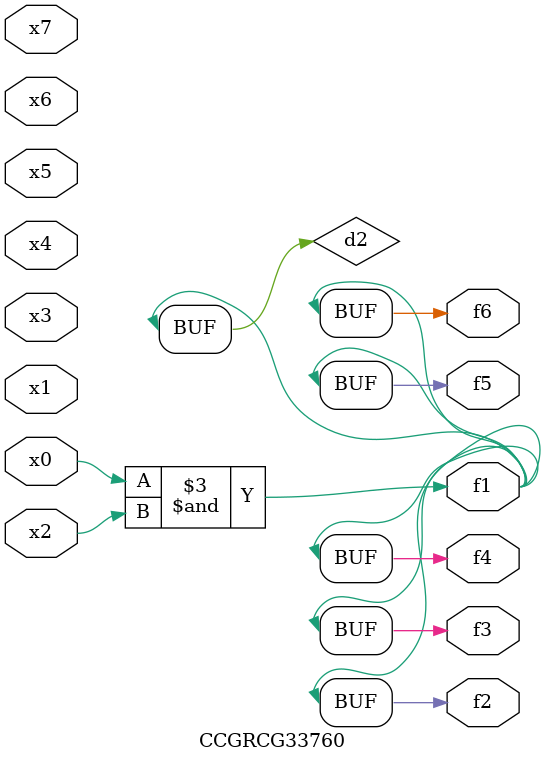
<source format=v>
module CCGRCG33760(
	input x0, x1, x2, x3, x4, x5, x6, x7,
	output f1, f2, f3, f4, f5, f6
);

	wire d1, d2;

	nor (d1, x3, x6);
	and (d2, x0, x2);
	assign f1 = d2;
	assign f2 = d2;
	assign f3 = d2;
	assign f4 = d2;
	assign f5 = d2;
	assign f6 = d2;
endmodule

</source>
